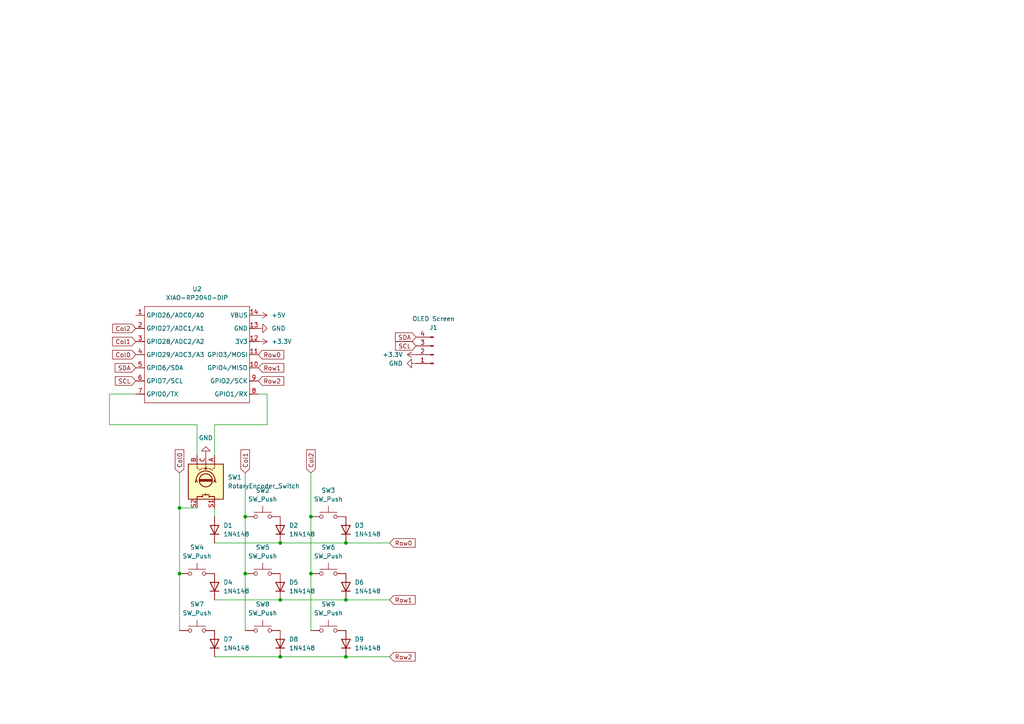
<source format=kicad_sch>
(kicad_sch (version 20250114) (generator "eeschema") (generator_version "9.0")
  (paper "A4")
  (lib_symbols
    (symbol "Connector:Conn_01x04_Pin" (pin_names (offset 1.016) (hide yes))
      (property "Reference" "J" (at 0 5.08 0))
      (property "Value" "Conn_01x04_Pin" (at 0 -7.62 0))
      (symbol "Conn_01x04_Pin_1_1"
        (rectangle (start 0.8636 2.667) (end 0 2.413) (stroke (width 0.1524)) (fill (type outline)))
        (rectangle (start 0.8636 0.127) (end 0 -0.127) (stroke (width 0.1524)) (fill (type outline)))
        (rectangle (start 0.8636 -2.413) (end 0 -2.667) (stroke (width 0.1524)) (fill (type outline)))
        (rectangle (start 0.8636 -4.953) (end 0 -5.207) (stroke (width 0.1524)) (fill (type outline)))
        (polyline (pts (xy 1.27 2.54) (xy 0.8636 2.54)) (stroke (width 0.1524)))
        (polyline (pts (xy 1.27 0) (xy 0.8636 0)) (stroke (width 0.1524)))
        (polyline (pts (xy 1.27 -2.54) (xy 0.8636 -2.54)) (stroke (width 0.1524)))
        (polyline (pts (xy 1.27 -5.08) (xy 0.8636 -5.08)) (stroke (width 0.1524)))
        (pin passive line (at 5.08 2.54 180) (length 3.81) (name "Pin_1") (number "1"))
        (pin passive line (at 5.08 0 180) (length 3.81) (name "Pin_2") (number "2"))
        (pin passive line (at 5.08 -2.54 180) (length 3.81) (name "Pin_3") (number "3"))
        (pin passive line (at 5.08 -5.08 180) (length 3.81) (name "Pin_4") (number "4"))
      )
    )
    (symbol "Device:RotaryEncoder_Switch" (pin_names (offset 0.254) (hide yes))
      (property "Reference" "SW" (at 0 6.604 0))
      (property "Value" "RotaryEncoder_Switch" (at 0 -6.604 0))
      (symbol "RotaryEncoder_Switch_0_1"
        (rectangle (start -5.08 5.08) (end 5.08 -5.08) (stroke (width 0.254)) (fill (type background)))
        (polyline (pts (xy -5.08 2.54) (xy -3.81 2.54) (xy -3.81 2.032)))
        (polyline (pts (xy -5.08 0) (xy -3.81 0) (xy -3.81 -1.016) (xy -3.302 -2.032)))
        (polyline (pts (xy -5.08 -2.54) (xy -3.81 -2.54) (xy -3.81 -2.032)))
        (polyline (pts (xy -4.318 0) (xy -3.81 0) (xy -3.81 1.016) (xy -3.302 2.032)))
        (circle (center -3.81 0) (radius 0.254) (fill (type outline)))
        (polyline (pts (xy -0.635 -1.778) (xy -0.635 1.778)) (stroke (width 0.254)))
        (circle (center -0.381 0) (radius 1.905) (stroke (width 0.254)))
        (polyline (pts (xy -0.381 -1.778) (xy -0.381 1.778)) (stroke (width 0.254)))
        (arc (start -0.381 -2.794) (mid -3.0988 -0.0635) (end -0.381 2.667) (stroke (width 0.254)))
        (polyline (pts (xy -0.127 1.778) (xy -0.127 -1.778)) (stroke (width 0.254)))
        (polyline (pts (xy 0.254 2.921) (xy -0.508 2.667) (xy 0.127 2.286)) (stroke (width 0.254)))
        (polyline (pts (xy 0.254 -3.048) (xy -0.508 -2.794) (xy 0.127 -2.413)) (stroke (width 0.254)))
        (polyline (pts (xy 3.81 1.016) (xy 3.81 -1.016)) (stroke (width 0.254)))
        (polyline (pts (xy 3.81 0) (xy 3.429 0)) (stroke (width 0.254)))
        (circle (center 4.318 1.016) (radius 0.127) (stroke (width 0.254)))
        (circle (center 4.318 -1.016) (radius 0.127) (stroke (width 0.254)))
        (polyline (pts (xy 5.08 2.54) (xy 4.318 2.54) (xy 4.318 1.016)) (stroke (width 0.254)))
        (polyline (pts (xy 5.08 -2.54) (xy 4.318 -2.54) (xy 4.318 -1.016)) (stroke (width 0.254)))
      )
      (symbol "RotaryEncoder_Switch_1_1"
        (pin passive line (at -7.62 2.54 0) (length 2.54) (name "A") (number "A"))
        (pin passive line (at -7.62 0 0) (length 2.54) (name "C") (number "C"))
        (pin passive line (at -7.62 -2.54 0) (length 2.54) (name "B") (number "B"))
        (pin passive line (at 7.62 2.54 180) (length 2.54) (name "S1") (number "S1"))
        (pin passive line (at 7.62 -2.54 180) (length 2.54) (name "S2") (number "S2"))
      )
    )
    (symbol "Diode:1N4148" (pin_numbers (hide yes)) (pin_names (hide yes))
      (property "Reference" "D" (at 0 2.54 0))
      (property "Value" "1N4148" (at 0 -2.54 0))
      (symbol "1N4148_0_1"
        (polyline (pts (xy -1.27 1.27) (xy -1.27 -1.27)) (stroke (width 0.254)))
        (polyline (pts (xy 1.27 1.27) (xy 1.27 -1.27) (xy -1.27 0) (xy 1.27 1.27)) (stroke (width 0.254)))
        (polyline (pts (xy 1.27 0) (xy -1.27 0)))
      )
      (symbol "1N4148_1_1"
        (pin passive line (at -3.81 0 0) (length 2.54) (name "K") (number "1"))
        (pin passive line (at 3.81 0 180) (length 2.54) (name "A") (number "2"))
      )
    )
    (symbol "OPL:XIAO-RP2040-DIP"
      (property "Reference" "U" (at 0 0 0))
      (property "Value" "XIAO-RP2040-DIP" (at 5.334 -1.778 0))
      (symbol "XIAO-RP2040-DIP_1_0"
        (polyline (pts (xy -1.27 -2.54) (xy 29.21 -2.54)) (stroke (width 0.1524)))
        (polyline (pts (xy -1.27 -5.08) (xy -2.54 -5.08)) (stroke (width 0.1524)))
        (polyline (pts (xy -1.27 -5.08) (xy -1.27 -2.54)) (stroke (width 0.1524)))
        (polyline (pts (xy -1.27 -8.89) (xy -2.54 -8.89)) (stroke (width 0.1524)))
        (polyline (pts (xy -1.27 -8.89) (xy -1.27 -5.08)) (stroke (width 0.1524)))
        (polyline (pts (xy -1.27 -12.7) (xy -2.54 -12.7)) (stroke (width 0.1524)))
        (polyline (pts (xy -1.27 -12.7) (xy -1.27 -8.89)) (stroke (width 0.1524)))
        (polyline (pts (xy -1.27 -16.51) (xy -2.54 -16.51)) (stroke (width 0.1524)))
        (polyline (pts (xy -1.27 -16.51) (xy -1.27 -12.7)) (stroke (width 0.1524)))
        (polyline (pts (xy -1.27 -20.32) (xy -2.54 -20.32)) (stroke (width 0.1524)))
        (polyline (pts (xy -1.27 -24.13) (xy -2.54 -24.13)) (stroke (width 0.1524)))
        (polyline (pts (xy -1.27 -27.94) (xy -2.54 -27.94)) (stroke (width 0.1524)))
        (polyline (pts (xy -1.27 -30.48) (xy -1.27 -16.51)) (stroke (width 0.1524)))
        (polyline (pts (xy 29.21 -2.54) (xy 29.21 -5.08)) (stroke (width 0.1524)))
        (polyline (pts (xy 29.21 -5.08) (xy 29.21 -8.89)) (stroke (width 0.1524)))
        (polyline (pts (xy 29.21 -8.89) (xy 29.21 -12.7)) (stroke (width 0.1524)))
        (polyline (pts (xy 29.21 -12.7) (xy 29.21 -30.48)) (stroke (width 0.1524)))
        (polyline (pts (xy 29.21 -30.48) (xy -1.27 -30.48)) (stroke (width 0.1524)))
        (polyline (pts (xy 30.48 -5.08) (xy 29.21 -5.08)) (stroke (width 0.1524)))
        (polyline (pts (xy 30.48 -8.89) (xy 29.21 -8.89)) (stroke (width 0.1524)))
        (polyline (pts (xy 30.48 -12.7) (xy 29.21 -12.7)) (stroke (width 0.1524)))
        (polyline (pts (xy 30.48 -16.51) (xy 29.21 -16.51)) (stroke (width 0.1524)))
        (polyline (pts (xy 30.48 -20.32) (xy 29.21 -20.32)) (stroke (width 0.1524)))
        (polyline (pts (xy 30.48 -24.13) (xy 29.21 -24.13)) (stroke (width 0.1524)))
        (polyline (pts (xy 30.48 -27.94) (xy 29.21 -27.94)) (stroke (width 0.1524)))
        (pin passive line (at -3.81 -5.08 0) (length 2.54) (name "GPIO26/ADC0/A0") (number "1"))
        (pin passive line (at -3.81 -8.89 0) (length 2.54) (name "GPIO27/ADC1/A1") (number "2"))
        (pin passive line (at -3.81 -12.7 0) (length 2.54) (name "GPIO28/ADC2/A2") (number "3"))
        (pin passive line (at -3.81 -16.51 0) (length 2.54) (name "GPIO29/ADC3/A3") (number "4"))
        (pin passive line (at -3.81 -20.32 0) (length 2.54) (name "GPIO6/SDA") (number "5"))
        (pin passive line (at -3.81 -24.13 0) (length 2.54) (name "GPIO7/SCL") (number "6"))
        (pin passive line (at -3.81 -27.94 0) (length 2.54) (name "GPIO0/TX") (number "7"))
        (pin passive line (at 31.75 -5.08 180) (length 2.54) (name "VBUS") (number "14"))
        (pin passive line (at 31.75 -8.89 180) (length 2.54) (name "GND") (number "13"))
        (pin passive line (at 31.75 -12.7 180) (length 2.54) (name "3V3") (number "12"))
        (pin passive line (at 31.75 -16.51 180) (length 2.54) (name "GPIO3/MOSI") (number "11"))
        (pin passive line (at 31.75 -20.32 180) (length 2.54) (name "GPIO4/MISO") (number "10"))
        (pin passive line (at 31.75 -24.13 180) (length 2.54) (name "GPIO2/SCK") (number "9"))
        (pin passive line (at 31.75 -27.94 180) (length 2.54) (name "GPIO1/RX") (number "8"))
      )
    )
    (symbol "Switch:SW_Push" (pin_numbers (hide yes)) (pin_names (offset 1.016) (hide yes))
      (property "Reference" "SW" (at 1.27 2.54 0))
      (property "Value" "SW_Push" (at 0 -1.524 0))
      (symbol "SW_Push_0_1"
        (circle (center -2.032 0) (radius 0.508))
        (polyline (pts (xy 0 1.27) (xy 0 3.048)))
        (circle (center 2.032 0) (radius 0.508))
        (polyline (pts (xy 2.54 1.27) (xy -2.54 1.27)))
        (pin passive line (at -5.08 0 0) (length 2.54) (name "1") (number "1"))
        (pin passive line (at 5.08 0 180) (length 2.54) (name "2") (number "2"))
      )
    )
    (symbol "power:+3.3V" (power) (pin_numbers (hide yes)) (pin_names (offset 0) (hide yes))
      (property "Value" "+3.3V" (at 0 3.556 0))
      (symbol "+3.3V_0_1"
        (polyline (pts (xy -0.762 1.27) (xy 0 2.54)))
        (polyline (pts (xy 0 2.54) (xy 0.762 1.27)))
        (polyline (pts (xy 0 0) (xy 0 2.54)))
      )
      (symbol "+3.3V_1_1"
        (pin power_in line (at 0 0 90) (length 0) (name "~") (number "1"))
      )
    )
    (symbol "power:+5V" (power) (pin_numbers (hide yes)) (pin_names (offset 0) (hide yes))
      (property "Value" "+5V" (at 0 3.556 0))
      (symbol "+5V_0_1"
        (polyline (pts (xy -0.762 1.27) (xy 0 2.54)))
        (polyline (pts (xy 0 2.54) (xy 0.762 1.27)))
        (polyline (pts (xy 0 0) (xy 0 2.54)))
      )
      (symbol "+5V_1_1"
        (pin power_in line (at 0 0 90) (length 0) (name "~") (number "1"))
      )
    )
    (symbol "power:GND" (power) (pin_numbers (hide yes)) (pin_names (offset 0) (hide yes))
      (property "Value" "GND" (at 0 -3.81 0))
      (symbol "GND_0_1"
        (polyline (pts (xy 0 0) (xy 0 -1.27) (xy 1.27 -1.27) (xy 0 -2.54) (xy -1.27 -1.27) (xy 0 -1.27)))
      )
      (symbol "GND_1_1"
        (pin power_in line (at 0 0 270) (length 0) (name "~") (number "1"))
      )
    )
  )
  (junction (at 90.17 149.86))
  (junction (at 100.33 173.99))
  (junction (at 81.28 173.99))
  (junction (at 71.12 166.37))
  (junction (at 71.12 149.86))
  (junction (at 100.33 190.5))
  (junction (at 81.28 157.48))
  (junction (at 100.33 157.48))
  (junction (at 81.28 190.5))
  (junction (at 52.07 166.37))
  (junction (at 90.17 166.37))
  (junction (at 52.07 147.32))
  (wire (pts (xy 81.28 157.48) (xy 100.33 157.48)))
  (wire (pts (xy 77.47 123.19) (xy 77.47 114.3)))
  (wire (pts (xy 71.12 149.86) (xy 71.12 166.37)))
  (wire (pts (xy 71.12 166.37) (xy 71.12 182.88)))
  (wire (pts (xy 90.17 149.86) (xy 90.17 166.37)))
  (wire (pts (xy 81.28 173.99) (xy 100.33 173.99)))
  (wire (pts (xy 113.03 190.5) (xy 100.33 190.5)))
  (wire (pts (xy 62.23 190.5) (xy 81.28 190.5)))
  (wire (pts (xy 62.23 147.32) (xy 62.23 149.86)))
  (wire (pts (xy 100.33 157.48) (xy 113.03 157.48)))
  (wire (pts (xy 62.23 157.48) (xy 81.28 157.48)))
  (wire (pts (xy 90.17 166.37) (xy 90.17 182.88)))
  (wire (pts (xy 52.07 137.16) (xy 52.07 147.32)))
  (wire (pts (xy 57.15 123.19) (xy 31.75 123.19)))
  (wire (pts (xy 113.03 173.99) (xy 100.33 173.99)))
  (wire (pts (xy 52.07 166.37) (xy 52.07 182.88)))
  (wire (pts (xy 52.07 147.32) (xy 57.15 147.32)))
  (wire (pts (xy 74.93 114.3) (xy 77.47 114.3)))
  (wire (pts (xy 81.28 190.5) (xy 100.33 190.5)))
  (wire (pts (xy 62.23 173.99) (xy 81.28 173.99)))
  (wire (pts (xy 90.17 137.16) (xy 90.17 149.86)))
  (wire (pts (xy 31.75 123.19) (xy 31.75 114.3)))
  (wire (pts (xy 71.12 137.16) (xy 71.12 149.86)))
  (wire (pts (xy 57.15 132.08) (xy 57.15 123.19)))
  (wire (pts (xy 52.07 147.32) (xy 52.07 166.37)))
  (wire (pts (xy 62.23 132.08) (xy 62.23 123.19)))
  (wire (pts (xy 31.75 114.3) (xy 39.37 114.3)))
  (wire (pts (xy 62.23 123.19) (xy 77.47 123.19)))
  (global_label "Row0" (shape input) (at 113.03 157.48 0) (property "Intersheetrefs" "${INTERSHEET_REFS}" (effects (hide yes))))
  (global_label "SDA" (shape input) (at 120.65 97.79 180) (property "Intersheetrefs" "${INTERSHEET_REFS}" (effects (hide yes))))
  (global_label "Row2" (shape input) (at 113.03 190.5 0) (property "Intersheetrefs" "${INTERSHEET_REFS}" (effects (hide yes))))
  (global_label "Col0" (shape input) (at 52.07 137.16 90) (property "Intersheetrefs" "${INTERSHEET_REFS}" (effects (hide yes))))
  (global_label "Row0" (shape input) (at 74.93 102.87 0) (property "Intersheetrefs" "${INTERSHEET_REFS}" (effects (hide yes))))
  (global_label "Row1" (shape input) (at 113.03 173.99 0) (property "Intersheetrefs" "${INTERSHEET_REFS}" (effects (hide yes))))
  (global_label "SCL" (shape input) (at 39.37 110.49 180) (property "Intersheetrefs" "${INTERSHEET_REFS}" (effects (hide yes))))
  (global_label "Col0" (shape input) (at 39.37 102.87 180) (property "Intersheetrefs" "${INTERSHEET_REFS}" (effects (hide yes))))
  (global_label "Col2" (shape input) (at 39.37 95.25 180) (property "Intersheetrefs" "${INTERSHEET_REFS}" (effects (hide yes))))
  (global_label "Col1" (shape input) (at 71.12 137.16 90) (property "Intersheetrefs" "${INTERSHEET_REFS}" (effects (hide yes))))
  (global_label "Row1" (shape input) (at 74.93 106.68 0) (property "Intersheetrefs" "${INTERSHEET_REFS}" (effects (hide yes))))
  (global_label "Col1" (shape input) (at 39.37 99.06 180) (property "Intersheetrefs" "${INTERSHEET_REFS}" (effects (hide yes))))
  (global_label "SDA" (shape input) (at 39.37 106.68 180) (property "Intersheetrefs" "${INTERSHEET_REFS}" (effects (hide yes))))
  (global_label "Row2" (shape input) (at 74.93 110.49 0) (property "Intersheetrefs" "${INTERSHEET_REFS}" (effects (hide yes))))
  (global_label "SCL" (shape input) (at 120.65 100.33 180) (property "Intersheetrefs" "${INTERSHEET_REFS}" (effects (hide yes))))
  (global_label "Col2" (shape input) (at 90.17 137.16 90) (property "Intersheetrefs" "${INTERSHEET_REFS}" (effects (hide yes))))
  (symbol (lib_id "Connector:Conn_01x04_Pin") (at 125.73 102.87 180) (unit 1)
    (property "Reference" "J1" (at 125.73 94.996 0))
    (property "Value" "OLED Screen" (at 125.73 92.456 0))
    (property "Footprint" "Other stuff:SSD1306-0.91-OLED-4pin-128x32" (effects (hide yes)))
    (property "Description" "Generic connector, single row, 01x04, script generated" (effects (hide yes)))
  )
  (symbol (lib_id "Diode:1N4148") (at 62.23 153.67 90) (unit 1)
    (property "Reference" "D1" (at 64.77 152.3999 90) (effects (justify right)))
    (property "Value" "1N4148" (at 64.77 154.9399 90) (effects (justify right)))
    (property "Footprint" "Diode_THT:D_DO-35_SOD27_P7.62mm_Horizontal" (effects (hide yes)))
    (property "Datasheet" "https://assets.nexperia.com/documents/data-sheet/1N4148_1N4448.pdf" (effects (hide yes)))
    (property "Description" "100V 0.15A standard switching diode, DO-35" (effects (hide yes)))
    (property "Sim.Device" "D" (effects (hide yes)))
    (property "Sim.Pins" "1=K 2=A" (effects (hide yes)))
  )
  (symbol (lib_id "Switch:SW_Push") (at 57.15 182.88 0) (mirror y) (unit 1)
    (property "Reference" "SW7" (at 57.15 175.26 0))
    (property "Value" "SW_Push" (at 57.15 177.8 0))
    (property "Footprint" "Button_Switch_Keyboard:SW_Cherry_MX_1.00u_PCB" (effects (hide yes)))
    (property "Description" "Push button switch, generic, two pins" (effects (hide yes)))
  )
  (symbol (lib_id "Diode:1N4148") (at 81.28 153.67 90) (unit 1)
    (property "Reference" "D2" (at 83.82 152.3999 90) (effects (justify right)))
    (property "Value" "1N4148" (at 83.82 154.9399 90) (effects (justify right)))
    (property "Footprint" "Diode_THT:D_DO-35_SOD27_P7.62mm_Horizontal" (effects (hide yes)))
    (property "Datasheet" "https://assets.nexperia.com/documents/data-sheet/1N4148_1N4448.pdf" (effects (hide yes)))
    (property "Description" "100V 0.15A standard switching diode, DO-35" (effects (hide yes)))
    (property "Sim.Device" "D" (effects (hide yes)))
    (property "Sim.Pins" "1=K 2=A" (effects (hide yes)))
  )
  (symbol (lib_id "Switch:SW_Push") (at 76.2 182.88 0) (mirror y) (unit 1)
    (property "Reference" "SW8" (at 76.2 175.26 0))
    (property "Value" "SW_Push" (at 76.2 177.8 0))
    (property "Footprint" "Button_Switch_Keyboard:SW_Cherry_MX_1.00u_PCB" (effects (hide yes)))
    (property "Description" "Push button switch, generic, two pins" (effects (hide yes)))
  )
  (symbol (lib_id "Diode:1N4148") (at 81.28 170.18 90) (unit 1)
    (property "Reference" "D5" (at 83.82 168.9099 90) (effects (justify right)))
    (property "Value" "1N4148" (at 83.82 171.4499 90) (effects (justify right)))
    (property "Footprint" "Diode_THT:D_DO-35_SOD27_P7.62mm_Horizontal" (effects (hide yes)))
    (property "Datasheet" "https://assets.nexperia.com/documents/data-sheet/1N4148_1N4448.pdf" (effects (hide yes)))
    (property "Description" "100V 0.15A standard switching diode, DO-35" (effects (hide yes)))
    (property "Sim.Device" "D" (effects (hide yes)))
    (property "Sim.Pins" "1=K 2=A" (effects (hide yes)))
  )
  (symbol (lib_id "Diode:1N4148") (at 100.33 186.69 90) (unit 1)
    (property "Reference" "D9" (at 102.87 185.4199 90) (effects (justify right)))
    (property "Value" "1N4148" (at 102.87 187.9599 90) (effects (justify right)))
    (property "Footprint" "Diode_THT:D_DO-35_SOD27_P7.62mm_Horizontal" (effects (hide yes)))
    (property "Datasheet" "https://assets.nexperia.com/documents/data-sheet/1N4148_1N4448.pdf" (effects (hide yes)))
    (property "Description" "100V 0.15A standard switching diode, DO-35" (effects (hide yes)))
    (property "Sim.Device" "D" (effects (hide yes)))
    (property "Sim.Pins" "1=K 2=A" (effects (hide yes)))
  )
  (symbol (lib_id "power:+3.3V") (at 74.93 99.06 270) (unit 1)
    (property "Reference" "#PWR09" (effects (hide yes)))
    (property "Value" "+3.3V" (at 78.74 99.0599 90) (effects (justify left)))
    (property "Description" "Power symbol creates a global label with name \"+3.3V\"" (effects (hide yes)))
  )
  (symbol (lib_id "Switch:SW_Push") (at 95.25 149.86 0) (mirror y) (unit 1)
    (property "Reference" "SW3" (at 95.25 142.24 0))
    (property "Value" "SW_Push" (at 95.25 144.78 0))
    (property "Footprint" "Button_Switch_Keyboard:SW_Cherry_MX_1.00u_PCB" (effects (hide yes)))
    (property "Description" "Push button switch, generic, two pins" (effects (hide yes)))
  )
  (symbol (lib_id "Device:RotaryEncoder_Switch") (at 59.69 139.7 270) (unit 1)
    (property "Reference" "SW1" (at 66.04 138.4299 90) (effects (justify left)))
    (property "Value" "RotaryEncoder_Switch" (at 66.04 140.9699 90) (effects (justify left)))
    (property "Footprint" "Rotary_Encoder:RotaryEncoder_Alps_EC11E-Switch_Vertical_H20mm" (effects (hide yes)))
    (property "Description" "Rotary encoder, dual channel, incremental quadrate outputs, with switch" (effects (hide yes)))
  )
  (symbol (lib_id "power:GND") (at 59.69 132.08 180) (unit 1)
    (property "Reference" "#PWR07" (effects (hide yes)))
    (property "Value" "GND" (at 59.69 127 0))
    (property "Description" "Power symbol creates a global label with name \"GND\" , ground" (effects (hide yes)))
  )
  (symbol (lib_id "Diode:1N4148") (at 62.23 186.69 90) (unit 1)
    (property "Reference" "D7" (at 64.77 185.4199 90) (effects (justify right)))
    (property "Value" "1N4148" (at 64.77 187.9599 90) (effects (justify right)))
    (property "Footprint" "Diode_THT:D_DO-35_SOD27_P7.62mm_Horizontal" (effects (hide yes)))
    (property "Datasheet" "https://assets.nexperia.com/documents/data-sheet/1N4148_1N4448.pdf" (effects (hide yes)))
    (property "Description" "100V 0.15A standard switching diode, DO-35" (effects (hide yes)))
    (property "Sim.Device" "D" (effects (hide yes)))
    (property "Sim.Pins" "1=K 2=A" (effects (hide yes)))
  )
  (symbol (lib_id "power:+3.3V") (at 120.65 102.87 90) (unit 1)
    (property "Reference" "#PWR06" (effects (hide yes)))
    (property "Value" "+3.3V" (at 116.84 102.8699 90) (effects (justify left)))
    (property "Description" "Power symbol creates a global label with name \"+3.3V\"" (effects (hide yes)))
  )
  (symbol (lib_id "Diode:1N4148") (at 100.33 153.67 90) (unit 1)
    (property "Reference" "D3" (at 102.87 152.3999 90) (effects (justify right)))
    (property "Value" "1N4148" (at 102.87 154.9399 90) (effects (justify right)))
    (property "Footprint" "Diode_THT:D_DO-35_SOD27_P7.62mm_Horizontal" (effects (hide yes)))
    (property "Datasheet" "https://assets.nexperia.com/documents/data-sheet/1N4148_1N4448.pdf" (effects (hide yes)))
    (property "Description" "100V 0.15A standard switching diode, DO-35" (effects (hide yes)))
    (property "Sim.Device" "D" (effects (hide yes)))
    (property "Sim.Pins" "1=K 2=A" (effects (hide yes)))
  )
  (symbol (lib_id "Switch:SW_Push") (at 95.25 166.37 0) (mirror y) (unit 1)
    (property "Reference" "SW6" (at 95.25 158.75 0))
    (property "Value" "SW_Push" (at 95.25 161.29 0))
    (property "Footprint" "Button_Switch_Keyboard:SW_Cherry_MX_1.00u_PCB" (effects (hide yes)))
    (property "Description" "Push button switch, generic, two pins" (effects (hide yes)))
  )
  (symbol (lib_id "Switch:SW_Push") (at 76.2 166.37 0) (mirror y) (unit 1)
    (property "Reference" "SW5" (at 76.2 158.75 0))
    (property "Value" "SW_Push" (at 76.2 161.29 0))
    (property "Footprint" "Button_Switch_Keyboard:SW_Cherry_MX_1.00u_PCB" (effects (hide yes)))
    (property "Description" "Push button switch, generic, two pins" (effects (hide yes)))
  )
  (symbol (lib_id "power:GND") (at 74.93 95.25 90) (unit 1)
    (property "Reference" "#PWR01" (effects (hide yes)))
    (property "Value" "GND" (at 78.74 95.2499 90) (effects (justify right)))
    (property "Description" "Power symbol creates a global label with name \"GND\" , ground" (effects (hide yes)))
  )
  (symbol (lib_id "Diode:1N4148") (at 100.33 170.18 90) (unit 1)
    (property "Reference" "D6" (at 102.87 168.9099 90) (effects (justify right)))
    (property "Value" "1N4148" (at 102.87 171.4499 90) (effects (justify right)))
    (property "Footprint" "Diode_THT:D_DO-35_SOD27_P7.62mm_Horizontal" (effects (hide yes)))
    (property "Datasheet" "https://assets.nexperia.com/documents/data-sheet/1N4148_1N4448.pdf" (effects (hide yes)))
    (property "Description" "100V 0.15A standard switching diode, DO-35" (effects (hide yes)))
    (property "Sim.Device" "D" (effects (hide yes)))
    (property "Sim.Pins" "1=K 2=A" (effects (hide yes)))
  )
  (symbol (lib_id "Diode:1N4148") (at 81.28 186.69 90) (unit 1)
    (property "Reference" "D8" (at 83.82 185.4199 90) (effects (justify right)))
    (property "Value" "1N4148" (at 83.82 187.9599 90) (effects (justify right)))
    (property "Footprint" "Diode_THT:D_DO-35_SOD27_P7.62mm_Horizontal" (effects (hide yes)))
    (property "Datasheet" "https://assets.nexperia.com/documents/data-sheet/1N4148_1N4448.pdf" (effects (hide yes)))
    (property "Description" "100V 0.15A standard switching diode, DO-35" (effects (hide yes)))
    (property "Sim.Device" "D" (effects (hide yes)))
    (property "Sim.Pins" "1=K 2=A" (effects (hide yes)))
  )
  (symbol (lib_id "power:+5V") (at 74.93 91.44 270) (unit 1)
    (property "Reference" "#PWR02" (effects (hide yes)))
    (property "Value" "+5V" (at 78.74 91.4399 90) (effects (justify left)))
    (property "Description" "Power symbol creates a global label with name \"+5V\"" (effects (hide yes)))
  )
  (symbol (lib_id "Diode:1N4148") (at 62.23 170.18 90) (unit 1)
    (property "Reference" "D4" (at 64.77 168.9099 90) (effects (justify right)))
    (property "Value" "1N4148" (at 64.77 171.4499 90) (effects (justify right)))
    (property "Footprint" "Diode_THT:D_DO-35_SOD27_P7.62mm_Horizontal" (effects (hide yes)))
    (property "Datasheet" "https://assets.nexperia.com/documents/data-sheet/1N4148_1N4448.pdf" (effects (hide yes)))
    (property "Description" "100V 0.15A standard switching diode, DO-35" (effects (hide yes)))
    (property "Sim.Device" "D" (effects (hide yes)))
    (property "Sim.Pins" "1=K 2=A" (effects (hide yes)))
  )
  (symbol (lib_id "Switch:SW_Push") (at 76.2 149.86 0) (mirror y) (unit 1)
    (property "Reference" "SW2" (at 76.2 142.24 0))
    (property "Value" "SW_Push" (at 76.2 144.78 0))
    (property "Footprint" "Button_Switch_Keyboard:SW_Cherry_MX_1.00u_PCB" (effects (hide yes)))
    (property "Description" "Push button switch, generic, two pins" (effects (hide yes)))
  )
  (symbol (lib_id "Switch:SW_Push") (at 57.15 166.37 0) (mirror y) (unit 1)
    (property "Reference" "SW4" (at 57.15 158.75 0))
    (property "Value" "SW_Push" (at 57.15 161.29 0))
    (property "Footprint" "Button_Switch_Keyboard:SW_Cherry_MX_1.00u_PCB" (effects (hide yes)))
    (property "Description" "Push button switch, generic, two pins" (effects (hide yes)))
  )
  (symbol (lib_id "power:GND") (at 120.65 105.41 270) (unit 1)
    (property "Reference" "#PWR05" (effects (hide yes)))
    (property "Value" "GND" (at 116.84 105.4099 90) (effects (justify right)))
    (property "Description" "Power symbol creates a global label with name \"GND\" , ground" (effects (hide yes)))
  )
  (symbol (lib_id "OPL:XIAO-RP2040-DIP") (at 43.18 86.36 0) (unit 1)
    (property "Reference" "U2" (at 57.15 83.82 0))
    (property "Value" "XIAO-RP2040-DIP" (at 57.15 86.36 0))
    (property "Footprint" "OPL:XIAO-RP2040-DIP" (effects (hide yes)))
  )
  (symbol (lib_id "Switch:SW_Push") (at 95.25 182.88 0) (mirror y) (unit 1)
    (property "Reference" "SW9" (at 95.25 175.26 0))
    (property "Value" "SW_Push" (at 95.25 177.8 0))
    (property "Footprint" "Button_Switch_Keyboard:SW_Cherry_MX_1.00u_PCB" (effects (hide yes)))
    (property "Description" "Push button switch, generic, two pins" (effects (hide yes)))
  )
)
</source>
